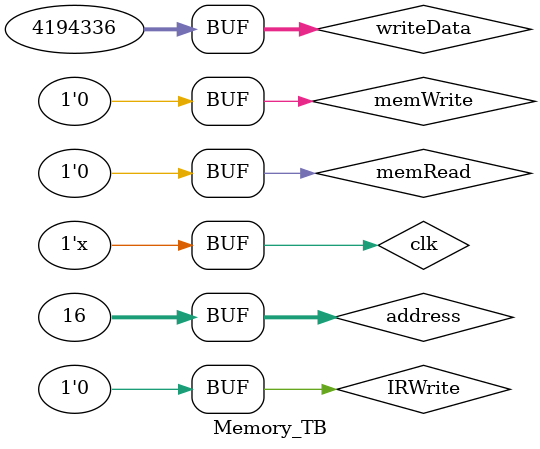
<source format=v>
module Memory_TB;
    reg clk;
    reg memWrite;
    reg memRead;
    reg IRWrite;
    reg [31:0] address;
    reg [31:0] writeData;
    wire [31:0] readData;
    wire [31:0] readInst;

    // Instantiate the Memory module
    Memory uut (
        .clk(clk),
        .memWrite(memWrite),
        .memRead(memRead),
        .IRWrite(IRWrite),
        .address(address),
        .writeData(writeData),
        .readData(readData),
        .readInst(readInst)
    );

    initial begin
        // Initialize clock
        clk = 0;

        // Apply reset
        memWrite = 0;
        memRead = 0;
        IRWrite = 0;
        address = 0;
        writeData = 0;
        #10; // Wait for a few clock cycles

        // Test cases
        // Example: Writing data to memory
        address = 10; // Accessing the instruction memory
        memWrite = 1;
        writeData = 32'h00400020; // Example instruction: "add $0, $8, $4"
        #10;
        memWrite = 0;
        #10;

        // Reading data from memory
        address = 10; // Accessing the instruction memory
        memRead = 1;
        #10;
        memRead = 0;
        #10;

        // Reading instruction from memory
        address = 16; // Accessing the instruction memory
        IRWrite = 1;
        #10;
        IRWrite = 0;
        #10;

    end

    // Clock generation (50% duty cycle)
    always begin
        #5 clk = ~clk;
    end

endmodule

</source>
